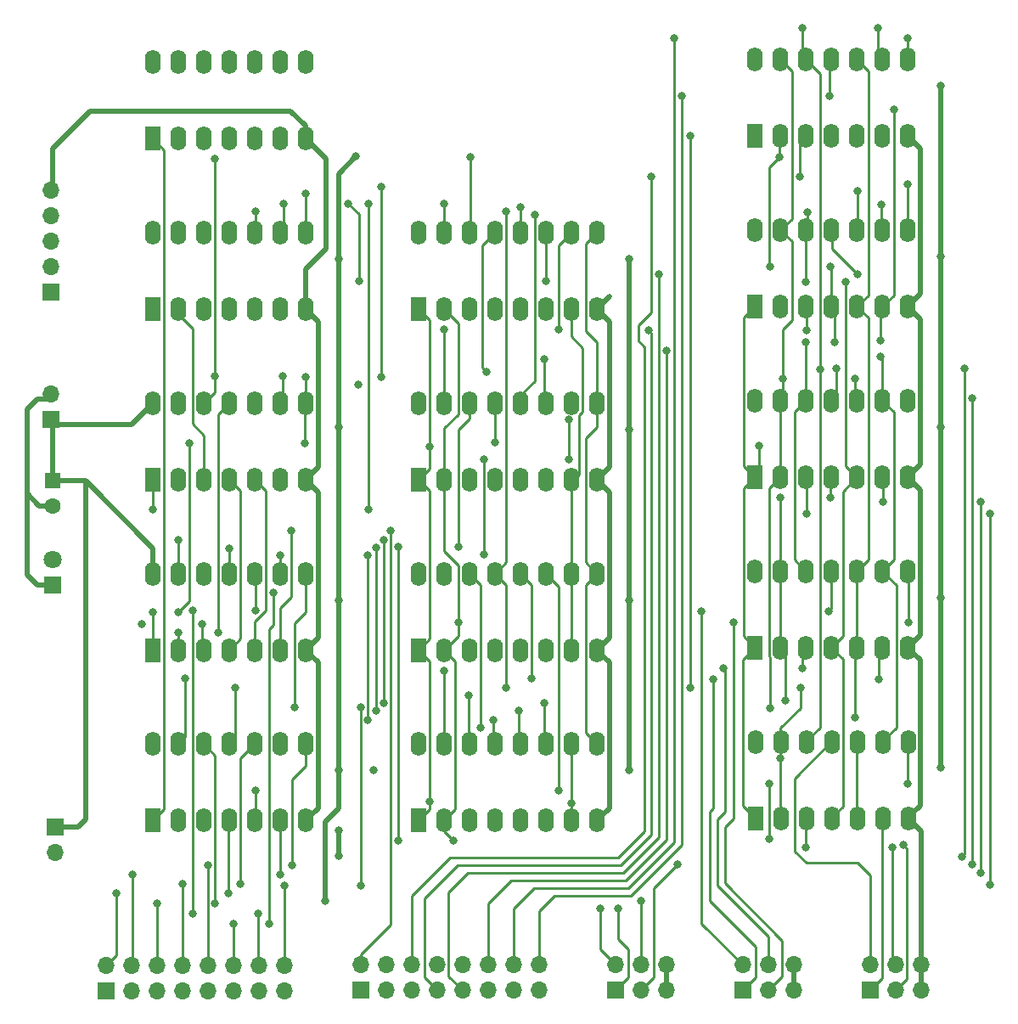
<source format=gbr>
%TF.GenerationSoftware,KiCad,Pcbnew,(5.1.9)-1*%
%TF.CreationDate,2022-04-24T21:30:28-04:00*%
%TF.ProjectId,exorcisortry2,65786f72-6369-4736-9f72-747279322e6b,rev?*%
%TF.SameCoordinates,Original*%
%TF.FileFunction,Copper,L2,Bot*%
%TF.FilePolarity,Positive*%
%FSLAX46Y46*%
G04 Gerber Fmt 4.6, Leading zero omitted, Abs format (unit mm)*
G04 Created by KiCad (PCBNEW (5.1.9)-1) date 2022-04-24 21:30:28*
%MOMM*%
%LPD*%
G01*
G04 APERTURE LIST*
%TA.AperFunction,ComponentPad*%
%ADD10O,1.700000X1.700000*%
%TD*%
%TA.AperFunction,ComponentPad*%
%ADD11R,1.700000X1.700000*%
%TD*%
%TA.AperFunction,ComponentPad*%
%ADD12R,1.800000X1.800000*%
%TD*%
%TA.AperFunction,ComponentPad*%
%ADD13C,1.800000*%
%TD*%
%TA.AperFunction,ComponentPad*%
%ADD14O,1.600000X2.400000*%
%TD*%
%TA.AperFunction,ComponentPad*%
%ADD15R,1.600000X2.400000*%
%TD*%
%TA.AperFunction,ComponentPad*%
%ADD16C,1.600000*%
%TD*%
%TA.AperFunction,ComponentPad*%
%ADD17R,1.600000X1.600000*%
%TD*%
%TA.AperFunction,ViaPad*%
%ADD18C,0.800000*%
%TD*%
%TA.AperFunction,Conductor*%
%ADD19C,0.500000*%
%TD*%
%TA.AperFunction,Conductor*%
%ADD20C,0.250000*%
%TD*%
G04 APERTURE END LIST*
D10*
%TO.P,J6,2*%
%TO.N,GND*%
X29210000Y-109220000D03*
D11*
%TO.P,J6,1*%
%TO.N,+5V*%
X29210000Y-106680000D03*
%TD*%
D12*
%TO.P,D1,1*%
%TO.N,GND*%
X28956000Y-82550000D03*
D13*
%TO.P,D1,2*%
%TO.N,Net-(D1-Pad2)*%
X28956000Y-80010000D03*
%TD*%
D10*
%TO.P,J5,5*%
%TO.N,GND*%
X28844000Y-43180000D03*
%TO.P,J5,4*%
%TO.N,CLOCK*%
X28844000Y-45720000D03*
%TO.P,J5,3*%
X28844000Y-48260000D03*
%TO.P,J5,2*%
%TO.N,START-STOP*%
X28844000Y-50800000D03*
D11*
%TO.P,J5,1*%
X28844000Y-53340000D03*
%TD*%
D10*
%TO.P,J4,2*%
%TO.N,GND*%
X28844000Y-63500000D03*
D11*
%TO.P,J4,1*%
%TO.N,+5V*%
X28844000Y-66040000D03*
%TD*%
D10*
%TO.P,J2T1,6*%
%TO.N,GND*%
X90170000Y-120396000D03*
%TO.P,J2T1,5*%
X90170000Y-122936000D03*
%TO.P,J2T1,4*%
%TO.N,J2-12*%
X87630000Y-120396000D03*
%TO.P,J2T1,3*%
%TO.N,J2-11*%
X87630000Y-122936000D03*
%TO.P,J2T1,2*%
%TO.N,J2-6*%
X85090000Y-120396000D03*
D11*
%TO.P,J2T1,1*%
%TO.N,J2-5*%
X85090000Y-122936000D03*
%TD*%
D10*
%TO.P,J2R1,6*%
%TO.N,GND*%
X102870000Y-120396000D03*
%TO.P,J2R1,5*%
X102870000Y-122936000D03*
%TO.P,J2R1,4*%
%TO.N,J2-14*%
X100330000Y-120396000D03*
%TO.P,J2R1,3*%
%TO.N,J2-13*%
X100330000Y-122936000D03*
%TO.P,J2R1,2*%
%TO.N,J2-4*%
X97790000Y-120396000D03*
D11*
%TO.P,J2R1,1*%
%TO.N,J2-3*%
X97790000Y-122936000D03*
%TD*%
D10*
%TO.P,J2N1,6*%
%TO.N,GND*%
X115570000Y-120396000D03*
%TO.P,J2N1,5*%
X115570000Y-122936000D03*
%TO.P,J2N1,4*%
%TO.N,J2-16*%
X113030000Y-120396000D03*
%TO.P,J2N1,3*%
%TO.N,J2-15*%
X113030000Y-122936000D03*
%TO.P,J2N1,2*%
%TO.N,J2-2*%
X110490000Y-120396000D03*
D11*
%TO.P,J2N1,1*%
%TO.N,J2-1*%
X110490000Y-122936000D03*
%TD*%
D14*
%TO.P,UA2,14*%
%TO.N,+5V*%
X99075000Y-98171000D03*
%TO.P,UA2,7*%
%TO.N,GND*%
X114315000Y-105791000D03*
%TO.P,UA2,13*%
%TO.N,Net-(UA2-Pad10)*%
X101615000Y-98171000D03*
%TO.P,UA2,6*%
%TO.N,J2-1*%
X111775000Y-105791000D03*
%TO.P,UA2,12*%
%TO.N,Net-(UA2-Pad12)*%
X104155000Y-98171000D03*
%TO.P,UA2,5*%
%TO.N,Net-(UA2-Pad10)*%
X109235000Y-105791000D03*
%TO.P,UA2,11*%
%TO.N,J2-2*%
X106695000Y-98171000D03*
%TO.P,UA2,4*%
%TO.N,Net-(UA2-Pad4)*%
X106695000Y-105791000D03*
%TO.P,UA2,10*%
%TO.N,Net-(UA2-Pad10)*%
X109235000Y-98171000D03*
%TO.P,UA2,3*%
%TO.N,J2-16*%
X104155000Y-105791000D03*
%TO.P,UA2,9*%
%TO.N,Net-(UA2-Pad9)*%
X111775000Y-98171000D03*
%TO.P,UA2,2*%
%TO.N,Net-(UA2-Pad10)*%
X101615000Y-105791000D03*
%TO.P,UA2,8*%
%TO.N,J2-15*%
X114315000Y-98171000D03*
D15*
%TO.P,UA2,1*%
%TO.N,Net-(UA2-Pad1)*%
X99075000Y-105791000D03*
%TD*%
D10*
%TO.P,J3,16*%
%TO.N,J3-16*%
X59690000Y-120396000D03*
%TO.P,J3,15*%
%TO.N,Net-(J3-Pad15)*%
X62230000Y-120396000D03*
%TO.P,J3,14*%
%TO.N,J3-14*%
X64770000Y-120396000D03*
%TO.P,J3,13*%
%TO.N,GND*%
X67310000Y-120396000D03*
%TO.P,J3,12*%
X69850000Y-120396000D03*
%TO.P,J3,11*%
%TO.N,J3-11*%
X72390000Y-120396000D03*
%TO.P,J3,10*%
%TO.N,J3-10*%
X74930000Y-120396000D03*
%TO.P,J3,9*%
%TO.N,J3-9*%
X77470000Y-120396000D03*
%TO.P,J3,8*%
%TO.N,GND*%
X77470000Y-122936000D03*
%TO.P,J3,7*%
X74930000Y-122936000D03*
%TO.P,J3,6*%
X72390000Y-122936000D03*
%TO.P,J3,5*%
%TO.N,J3-5*%
X69850000Y-122936000D03*
%TO.P,J3,4*%
%TO.N,J3-4*%
X67310000Y-122936000D03*
%TO.P,J3,3*%
%TO.N,GND*%
X64770000Y-122936000D03*
%TO.P,J3,2*%
X62230000Y-122936000D03*
D11*
%TO.P,J3,1*%
X59690000Y-122936000D03*
%TD*%
D14*
%TO.P,UB5,16*%
%TO.N,+5V*%
X65496000Y-47386000D03*
%TO.P,UB5,8*%
%TO.N,GND*%
X83276000Y-55006000D03*
%TO.P,UB5,15*%
%TO.N,Net-(UB5-Pad15)*%
X68036000Y-47386000D03*
%TO.P,UB5,7*%
%TO.N,Net-(UB2-Pad15)*%
X80736000Y-55006000D03*
%TO.P,UB5,14*%
%TO.N,Net-(UA3-Pad12)*%
X70576000Y-47386000D03*
%TO.P,UB5,6*%
%TO.N,Net-(UB5-Pad6)*%
X78196000Y-55006000D03*
%TO.P,UB5,13*%
%TO.N,Net-(UA2-Pad12)*%
X73116000Y-47386000D03*
%TO.P,UB5,5*%
%TO.N,Net-(UB5-Pad5)*%
X75656000Y-55006000D03*
%TO.P,UB5,12*%
%TO.N,Net-(UA5-Pad9)*%
X75656000Y-47386000D03*
%TO.P,UB5,4*%
%TO.N,Net-(UB5-Pad4)*%
X73116000Y-55006000D03*
%TO.P,UB5,11*%
%TO.N,Net-(UB5-Pad11)*%
X78196000Y-47386000D03*
%TO.P,UB5,3*%
%TO.N,Net-(UB5-Pad3)*%
X70576000Y-55006000D03*
%TO.P,UB5,10*%
%TO.N,Net-(UB4-Pad15)*%
X80736000Y-47386000D03*
%TO.P,UB5,2*%
%TO.N,Net-(UB2-Pad2)*%
X68036000Y-55006000D03*
%TO.P,UB5,9*%
%TO.N,Net-(R2-Pad1)*%
X83276000Y-47386000D03*
D15*
%TO.P,UB5,1*%
X65496000Y-55006000D03*
%TD*%
D10*
%TO.P,J1,16*%
%TO.N,Net-(J1-Pad16)*%
X34290000Y-120466000D03*
%TO.P,J1,15*%
%TO.N,Net-(J1-Pad15)*%
X36830000Y-120466000D03*
%TO.P,J1,14*%
%TO.N,Net-(J1-Pad14)*%
X39370000Y-120466000D03*
%TO.P,J1,13*%
%TO.N,Net-(J1-Pad13)*%
X41910000Y-120466000D03*
%TO.P,J1,12*%
%TO.N,Net-(J1-Pad12)*%
X44450000Y-120466000D03*
%TO.P,J1,11*%
%TO.N,Net-(J1-Pad11)*%
X46990000Y-120466000D03*
%TO.P,J1,10*%
%TO.N,Net-(J1-Pad10)*%
X49530000Y-120466000D03*
%TO.P,J1,9*%
%TO.N,Net-(J1-Pad9)*%
X52070000Y-120466000D03*
%TO.P,J1,8*%
%TO.N,GND*%
X52070000Y-123006000D03*
%TO.P,J1,7*%
X49530000Y-123006000D03*
%TO.P,J1,6*%
X46990000Y-123006000D03*
%TO.P,J1,5*%
X44450000Y-123006000D03*
%TO.P,J1,4*%
X41910000Y-123006000D03*
%TO.P,J1,3*%
X39370000Y-123006000D03*
%TO.P,J1,2*%
X36830000Y-123006000D03*
D11*
%TO.P,J1,1*%
X34290000Y-123006000D03*
%TD*%
D14*
%TO.P,UB3,16*%
%TO.N,+5V*%
X65496000Y-81386000D03*
%TO.P,UB3,8*%
%TO.N,GND*%
X83276000Y-89006000D03*
%TO.P,UB3,15*%
%TO.N,Net-(UB3-Pad15)*%
X68036000Y-81386000D03*
%TO.P,UB3,7*%
%TO.N,Net-(UB2-Pad15)*%
X80736000Y-89006000D03*
%TO.P,UB3,14*%
%TO.N,Net-(UB3-Pad14)*%
X70576000Y-81386000D03*
%TO.P,UB3,6*%
%TO.N,Net-(UB3-Pad6)*%
X78196000Y-89006000D03*
%TO.P,UB3,13*%
%TO.N,Net-(UB3-Pad13)*%
X73116000Y-81386000D03*
%TO.P,UB3,5*%
%TO.N,Net-(UB3-Pad5)*%
X75656000Y-89006000D03*
%TO.P,UB3,12*%
%TO.N,Net-(UB3-Pad12)*%
X75656000Y-81386000D03*
%TO.P,UB3,4*%
%TO.N,Net-(UB3-Pad4)*%
X73116000Y-89006000D03*
%TO.P,UB3,11*%
%TO.N,Net-(UB3-Pad11)*%
X78196000Y-81386000D03*
%TO.P,UB3,3*%
%TO.N,Net-(UB3-Pad3)*%
X70576000Y-89006000D03*
%TO.P,UB3,10*%
%TO.N,Net-(UB2-Pad15)*%
X80736000Y-81386000D03*
%TO.P,UB3,2*%
%TO.N,Net-(UB2-Pad2)*%
X68036000Y-89006000D03*
%TO.P,UB3,9*%
%TO.N,Net-(R2-Pad1)*%
X83276000Y-81386000D03*
D15*
%TO.P,UB3,1*%
X65496000Y-89006000D03*
%TD*%
D14*
%TO.P,UA5,14*%
%TO.N,+5V*%
X99052000Y-47132000D03*
%TO.P,UA5,7*%
%TO.N,GND*%
X114292000Y-54752000D03*
%TO.P,UA5,13*%
%TO.N,Net-(UA4-Pad10)*%
X101592000Y-47132000D03*
%TO.P,UA5,6*%
%TO.N,J3-11*%
X111752000Y-54752000D03*
%TO.P,UA5,12*%
%TO.N,Net-(UA2-Pad4)*%
X104132000Y-47132000D03*
%TO.P,UA5,5*%
%TO.N,Net-(UA3-Pad10)*%
X109212000Y-54752000D03*
%TO.P,UA5,11*%
%TO.N,J3-5*%
X106672000Y-47132000D03*
%TO.P,UA5,4*%
%TO.N,Net-(UA3-Pad12)*%
X106672000Y-54752000D03*
%TO.P,UA5,10*%
%TO.N,Net-(UA5-Pad10)*%
X109212000Y-47132000D03*
%TO.P,UA5,3*%
%TO.N,J3-4*%
X104132000Y-54752000D03*
%TO.P,UA5,9*%
%TO.N,Net-(UA5-Pad9)*%
X111752000Y-47132000D03*
%TO.P,UA5,2*%
%TO.N,Net-(UA3-Pad10)*%
X101592000Y-54752000D03*
%TO.P,UA5,8*%
%TO.N,Net-(UA5-Pad8)*%
X114292000Y-47132000D03*
D15*
%TO.P,UA5,1*%
%TO.N,Net-(UA2-Pad1)*%
X99052000Y-54752000D03*
%TD*%
D14*
%TO.P,UC6,14*%
%TO.N,+5V*%
X38996000Y-30386000D03*
%TO.P,UC6,7*%
%TO.N,GND*%
X54236000Y-38006000D03*
%TO.P,UC6,13*%
%TO.N,N/C*%
X41536000Y-30386000D03*
%TO.P,UC6,6*%
X51696000Y-38006000D03*
%TO.P,UC6,12*%
X44076000Y-30386000D03*
%TO.P,UC6,5*%
X49156000Y-38006000D03*
%TO.P,UC6,11*%
X46616000Y-30386000D03*
%TO.P,UC6,4*%
X46616000Y-38006000D03*
%TO.P,UC6,10*%
X49156000Y-30386000D03*
%TO.P,UC6,3*%
X44076000Y-38006000D03*
%TO.P,UC6,9*%
X51696000Y-30386000D03*
%TO.P,UC6,2*%
%TO.N,Net-(R1-Pad2)*%
X41536000Y-38006000D03*
%TO.P,UC6,8*%
%TO.N,N/C*%
X54236000Y-30386000D03*
D15*
%TO.P,UC6,1*%
%TO.N,Net-(C2-Pad2)*%
X38996000Y-38006000D03*
%TD*%
D14*
%TO.P,UC5,14*%
%TO.N,+5V*%
X38996000Y-47386000D03*
%TO.P,UC5,7*%
%TO.N,GND*%
X54236000Y-55006000D03*
%TO.P,UC5,13*%
%TO.N,N/C*%
X41536000Y-47386000D03*
%TO.P,UC5,6*%
X51696000Y-55006000D03*
%TO.P,UC5,12*%
X44076000Y-47386000D03*
%TO.P,UC5,5*%
X49156000Y-55006000D03*
%TO.P,UC5,11*%
X46616000Y-47386000D03*
%TO.P,UC5,4*%
X46616000Y-55006000D03*
%TO.P,UC5,10*%
%TO.N,Net-(UB3-Pad13)*%
X49156000Y-47386000D03*
%TO.P,UC5,3*%
%TO.N,START-STOP*%
X44076000Y-55006000D03*
%TO.P,UC5,9*%
%TO.N,Net-(UB5-Pad11)*%
X51696000Y-47386000D03*
%TO.P,UC5,2*%
%TO.N,Net-(UC4-Pad3)*%
X41536000Y-55006000D03*
%TO.P,UC5,8*%
%TO.N,Net-(UA5-Pad10)*%
X54236000Y-47386000D03*
D15*
%TO.P,UC5,1*%
%TO.N,Net-(UC4-Pad3)*%
X38996000Y-55006000D03*
%TD*%
D14*
%TO.P,UC4,14*%
%TO.N,+5V*%
X38996000Y-64386000D03*
%TO.P,UC4,7*%
%TO.N,GND*%
X54236000Y-72006000D03*
%TO.P,UC4,13*%
%TO.N,Net-(R2-Pad1)*%
X41536000Y-64386000D03*
%TO.P,UC4,6*%
%TO.N,Net-(UC4-Pad6)*%
X51696000Y-72006000D03*
%TO.P,UC4,12*%
%TO.N,Net-(R1-Pad2)*%
X44076000Y-64386000D03*
%TO.P,UC4,5*%
%TO.N,Net-(UC2-Pad5)*%
X49156000Y-72006000D03*
%TO.P,UC4,11*%
%TO.N,Net-(UC2-Pad2)*%
X46616000Y-64386000D03*
%TO.P,UC4,4*%
%TO.N,Net-(UC2-Pad4)*%
X46616000Y-72006000D03*
%TO.P,UC4,10*%
%TO.N,Net-(R2-Pad1)*%
X49156000Y-64386000D03*
%TO.P,UC4,3*%
%TO.N,Net-(UC4-Pad3)*%
X44076000Y-72006000D03*
%TO.P,UC4,9*%
%TO.N,Net-(R1-Pad2)*%
X51696000Y-64386000D03*
%TO.P,UC4,2*%
%TO.N,Net-(UC4-Pad2)*%
X41536000Y-72006000D03*
%TO.P,UC4,8*%
%TO.N,Net-(UA5-Pad8)*%
X54236000Y-64386000D03*
D15*
%TO.P,UC4,1*%
%TO.N,Net-(UB5-Pad15)*%
X38996000Y-72006000D03*
%TD*%
D14*
%TO.P,UC3,14*%
%TO.N,+5V*%
X38996000Y-98386000D03*
%TO.P,UC3,7*%
%TO.N,GND*%
X54236000Y-106006000D03*
%TO.P,UC3,13*%
%TO.N,Net-(UB3-Pad12)*%
X41536000Y-98386000D03*
%TO.P,UC3,6*%
%TO.N,Net-(J1-Pad15)*%
X51696000Y-106006000D03*
%TO.P,UC3,12*%
%TO.N,Net-(J1-Pad14)*%
X44076000Y-98386000D03*
%TO.P,UC3,5*%
%TO.N,Net-(UB3-Pad11)*%
X49156000Y-106006000D03*
%TO.P,UC3,11*%
%TO.N,Net-(UB3-Pad13)*%
X46616000Y-98386000D03*
%TO.P,UC3,4*%
%TO.N,Net-(J1-Pad16)*%
X46616000Y-106006000D03*
%TO.P,UC3,10*%
%TO.N,Net-(J1-Pad13)*%
X49156000Y-98386000D03*
%TO.P,UC3,3*%
%TO.N,Net-(UB4-Pad14)*%
X44076000Y-106006000D03*
%TO.P,UC3,9*%
%TO.N,Net-(UB3-Pad14)*%
X51696000Y-98386000D03*
%TO.P,UC3,2*%
%TO.N,Net-(UB2-Pad2)*%
X41536000Y-106006000D03*
%TO.P,UC3,8*%
%TO.N,Net-(J1-Pad12)*%
X54236000Y-98386000D03*
D15*
%TO.P,UC3,1*%
%TO.N,Net-(C2-Pad2)*%
X38996000Y-106006000D03*
%TD*%
D14*
%TO.P,UC2,14*%
%TO.N,+5V*%
X38996000Y-81386000D03*
%TO.P,UC2,7*%
%TO.N,GND*%
X54236000Y-89006000D03*
%TO.P,UC2,13*%
%TO.N,Net-(UA3-Pad13)*%
X41536000Y-81386000D03*
%TO.P,UC2,6*%
%TO.N,J3-16*%
X51696000Y-89006000D03*
%TO.P,UC2,12*%
%TO.N,Net-(J1-Pad11)*%
X44076000Y-81386000D03*
%TO.P,UC2,5*%
%TO.N,Net-(UC2-Pad5)*%
X49156000Y-89006000D03*
%TO.P,UC2,11*%
%TO.N,Net-(UA4-Pad10)*%
X46616000Y-81386000D03*
%TO.P,UC2,4*%
%TO.N,Net-(UC2-Pad4)*%
X46616000Y-89006000D03*
%TO.P,UC2,10*%
%TO.N,Net-(J1-Pad10)*%
X49156000Y-81386000D03*
%TO.P,UC2,3*%
%TO.N,Net-(UB5-Pad15)*%
X44076000Y-89006000D03*
%TO.P,UC2,9*%
%TO.N,Net-(UA3-Pad10)*%
X51696000Y-81386000D03*
%TO.P,UC2,2*%
%TO.N,Net-(UC2-Pad2)*%
X41536000Y-89006000D03*
%TO.P,UC2,8*%
%TO.N,Net-(J1-Pad9)*%
X54236000Y-81386000D03*
D15*
%TO.P,UC2,1*%
%TO.N,Net-(UA5-Pad8)*%
X38996000Y-89006000D03*
%TD*%
D14*
%TO.P,UB4,16*%
%TO.N,+5V*%
X65496000Y-64386000D03*
%TO.P,UB4,8*%
%TO.N,GND*%
X83276000Y-72006000D03*
%TO.P,UB4,15*%
%TO.N,Net-(UB4-Pad15)*%
X68036000Y-64386000D03*
%TO.P,UB4,7*%
%TO.N,Net-(UB2-Pad15)*%
X80736000Y-72006000D03*
%TO.P,UB4,14*%
%TO.N,Net-(UB4-Pad14)*%
X70576000Y-64386000D03*
%TO.P,UB4,6*%
%TO.N,Net-(UB4-Pad6)*%
X78196000Y-72006000D03*
%TO.P,UB4,13*%
%TO.N,Net-(UA2-Pad1)*%
X73116000Y-64386000D03*
%TO.P,UB4,5*%
%TO.N,Net-(UB4-Pad5)*%
X75656000Y-72006000D03*
%TO.P,UB4,12*%
%TO.N,Net-(UA2-Pad4)*%
X75656000Y-64386000D03*
%TO.P,UB4,4*%
%TO.N,Net-(UB4-Pad4)*%
X73116000Y-72006000D03*
%TO.P,UB4,11*%
%TO.N,Net-(UA2-Pad9)*%
X78196000Y-64386000D03*
%TO.P,UB4,3*%
%TO.N,Net-(UB4-Pad3)*%
X70576000Y-72006000D03*
%TO.P,UB4,10*%
%TO.N,Net-(UB3-Pad15)*%
X80736000Y-64386000D03*
%TO.P,UB4,2*%
%TO.N,Net-(UB2-Pad2)*%
X68036000Y-72006000D03*
%TO.P,UB4,9*%
%TO.N,Net-(R2-Pad1)*%
X83276000Y-64386000D03*
D15*
%TO.P,UB4,1*%
X65496000Y-72006000D03*
%TD*%
D14*
%TO.P,UB2,16*%
%TO.N,+5V*%
X65496000Y-98386000D03*
%TO.P,UB2,8*%
%TO.N,GND*%
X83276000Y-106006000D03*
%TO.P,UB2,15*%
%TO.N,Net-(UB2-Pad15)*%
X68036000Y-98386000D03*
%TO.P,UB2,7*%
%TO.N,Net-(R2-Pad1)*%
X80736000Y-106006000D03*
%TO.P,UB2,14*%
%TO.N,Net-(UA2-Pad10)*%
X70576000Y-98386000D03*
%TO.P,UB2,6*%
%TO.N,Net-(UB2-Pad6)*%
X78196000Y-106006000D03*
%TO.P,UB2,13*%
%TO.N,Net-(UA3-Pad10)*%
X73116000Y-98386000D03*
%TO.P,UB2,5*%
%TO.N,Net-(UB2-Pad5)*%
X75656000Y-106006000D03*
%TO.P,UB2,12*%
%TO.N,Net-(UA4-Pad10)*%
X75656000Y-98386000D03*
%TO.P,UB2,4*%
%TO.N,Net-(UB2-Pad4)*%
X73116000Y-106006000D03*
%TO.P,UB2,11*%
%TO.N,Net-(UA3-Pad13)*%
X78196000Y-98386000D03*
%TO.P,UB2,3*%
%TO.N,Net-(UB2-Pad3)*%
X70576000Y-106006000D03*
%TO.P,UB2,10*%
%TO.N,Net-(R2-Pad1)*%
X80736000Y-98386000D03*
%TO.P,UB2,2*%
%TO.N,Net-(UB2-Pad2)*%
X68036000Y-106006000D03*
%TO.P,UB2,9*%
%TO.N,Net-(R2-Pad1)*%
X83276000Y-98386000D03*
D15*
%TO.P,UB2,1*%
X65496000Y-106006000D03*
%TD*%
%TO.P,UA6,1*%
%TO.N,Net-(UA2-Pad10)*%
X99052000Y-37752000D03*
D14*
%TO.P,UA6,8*%
%TO.N,J3-10*%
X114292000Y-30132000D03*
%TO.P,UA6,2*%
%TO.N,Net-(UA3-Pad12)*%
X101592000Y-37752000D03*
%TO.P,UA6,9*%
%TO.N,Net-(UA2-Pad12)*%
X111752000Y-30132000D03*
%TO.P,UA6,3*%
%TO.N,J3-14*%
X104132000Y-37752000D03*
%TO.P,UA6,10*%
%TO.N,Net-(UA3-Pad10)*%
X109212000Y-30132000D03*
%TO.P,UA6,4*%
%TO.N,N/C*%
X106672000Y-37752000D03*
%TO.P,UA6,11*%
%TO.N,J3-9*%
X106672000Y-30132000D03*
%TO.P,UA6,5*%
%TO.N,N/C*%
X109212000Y-37752000D03*
%TO.P,UA6,12*%
%TO.N,Net-(UA2-Pad12)*%
X104132000Y-30132000D03*
%TO.P,UA6,6*%
%TO.N,N/C*%
X111752000Y-37752000D03*
%TO.P,UA6,13*%
%TO.N,Net-(UA4-Pad10)*%
X101592000Y-30132000D03*
%TO.P,UA6,7*%
%TO.N,GND*%
X114292000Y-37752000D03*
%TO.P,UA6,14*%
%TO.N,+5V*%
X99052000Y-30132000D03*
%TD*%
%TO.P,UA4,14*%
%TO.N,+5V*%
X99052000Y-64132000D03*
%TO.P,UA4,7*%
%TO.N,GND*%
X114292000Y-71752000D03*
%TO.P,UA4,13*%
%TO.N,Net-(UA4-Pad10)*%
X101592000Y-64132000D03*
%TO.P,UA4,6*%
%TO.N,J2-5*%
X111752000Y-71752000D03*
%TO.P,UA4,12*%
%TO.N,Net-(UA3-Pad12)*%
X104132000Y-64132000D03*
%TO.P,UA4,5*%
%TO.N,Net-(UA2-Pad4)*%
X109212000Y-71752000D03*
%TO.P,UA4,11*%
%TO.N,J2-6*%
X106672000Y-64132000D03*
%TO.P,UA4,4*%
%TO.N,Net-(UA3-Pad13)*%
X106672000Y-71752000D03*
%TO.P,UA4,10*%
%TO.N,Net-(UA4-Pad10)*%
X109212000Y-64132000D03*
%TO.P,UA4,3*%
%TO.N,J2-12*%
X104132000Y-71752000D03*
%TO.P,UA4,9*%
%TO.N,Net-(UA2-Pad9)*%
X111752000Y-64132000D03*
%TO.P,UA4,2*%
%TO.N,Net-(UA4-Pad10)*%
X101592000Y-71752000D03*
%TO.P,UA4,8*%
%TO.N,J2-11*%
X114292000Y-64132000D03*
D15*
%TO.P,UA4,1*%
%TO.N,Net-(UA2-Pad1)*%
X99052000Y-71752000D03*
%TD*%
D14*
%TO.P,UA3,14*%
%TO.N,+5V*%
X99052000Y-81132000D03*
%TO.P,UA3,7*%
%TO.N,GND*%
X114292000Y-88752000D03*
%TO.P,UA3,13*%
%TO.N,Net-(UA3-Pad13)*%
X101592000Y-81132000D03*
%TO.P,UA3,6*%
%TO.N,J2-3*%
X111752000Y-88752000D03*
%TO.P,UA3,12*%
%TO.N,Net-(UA3-Pad12)*%
X104132000Y-81132000D03*
%TO.P,UA3,5*%
%TO.N,Net-(UA3-Pad10)*%
X109212000Y-88752000D03*
%TO.P,UA3,11*%
%TO.N,J2-4*%
X106672000Y-81132000D03*
%TO.P,UA3,4*%
%TO.N,Net-(UA2-Pad4)*%
X106672000Y-88752000D03*
%TO.P,UA3,10*%
%TO.N,Net-(UA3-Pad10)*%
X109212000Y-81132000D03*
%TO.P,UA3,3*%
%TO.N,J2-14*%
X104132000Y-88752000D03*
%TO.P,UA3,9*%
%TO.N,Net-(UA2-Pad9)*%
X111752000Y-81132000D03*
%TO.P,UA3,2*%
%TO.N,Net-(UA3-Pad13)*%
X101592000Y-88752000D03*
%TO.P,UA3,8*%
%TO.N,J2-13*%
X114292000Y-81132000D03*
D15*
%TO.P,UA3,1*%
%TO.N,Net-(UA2-Pad1)*%
X99052000Y-88752000D03*
%TD*%
D16*
%TO.P,C3,2*%
%TO.N,GND*%
X28956000Y-74636000D03*
D17*
%TO.P,C3,1*%
%TO.N,+5V*%
X28956000Y-72136000D03*
%TD*%
D18*
%TO.N,+5V*%
X60996000Y-101006000D03*
X117552000Y-32752000D03*
X117552000Y-49752000D03*
X117552000Y-66752000D03*
X117552000Y-83752000D03*
X117552000Y-100752000D03*
X86496000Y-50006000D03*
X86496000Y-67006000D03*
X86496000Y-84006000D03*
X86496000Y-101006000D03*
X57496000Y-66756000D03*
X57496000Y-84006000D03*
X57496000Y-50006000D03*
X59246000Y-39756000D03*
X57496000Y-101006000D03*
X56134000Y-114046000D03*
%TO.N,GND*%
X57496000Y-109506000D03*
X57496000Y-107006000D03*
%TO.N,Net-(J1-Pad16)*%
X46496000Y-113270000D03*
X35320000Y-113270000D03*
%TO.N,Net-(J1-Pad15)*%
X51706000Y-111362000D03*
X36974000Y-111362000D03*
%TO.N,Net-(J1-Pad14)*%
X45201010Y-114260990D03*
X39409010Y-114260990D03*
%TO.N,Net-(J1-Pad13)*%
X47741010Y-112278990D03*
X41920990Y-112278990D03*
%TO.N,Net-(J1-Pad12)*%
X52836000Y-110486000D03*
X44454000Y-110486000D03*
%TO.N,Net-(J1-Pad11)*%
X50996000Y-83256000D03*
X50570990Y-116307010D03*
X47014990Y-116307010D03*
%TO.N,Net-(J1-Pad10)*%
X42950990Y-85051010D03*
X49200990Y-85051010D03*
X42950990Y-115291010D03*
X49505010Y-115291010D03*
%TO.N,Net-(J1-Pad9)*%
X53086000Y-94742000D03*
X59690000Y-94742000D03*
X59690000Y-112522000D03*
X52070000Y-112522000D03*
%TO.N,Net-(R1-Pad2)*%
X45201010Y-40050990D03*
X45201010Y-61711010D03*
X51951010Y-61711010D03*
%TO.N,Net-(R2-Pad1)*%
X66621010Y-68756000D03*
X66621010Y-104131010D03*
X80736000Y-104246000D03*
%TO.N,Net-(UA2-Pad10)*%
X101552000Y-99752000D03*
X103552000Y-92752000D03*
X92552000Y-92752000D03*
X92552000Y-37752000D03*
X70516009Y-93485991D03*
%TO.N,Net-(UA2-Pad12)*%
X103797010Y-26997010D03*
X111306990Y-26997010D03*
X105546990Y-61007010D03*
X72251010Y-61261010D03*
%TO.N,Net-(UA2-Pad4)*%
X77070990Y-45580990D03*
X104227010Y-45326990D03*
X108086990Y-52286990D03*
X104086990Y-52286990D03*
%TO.N,Net-(UA2-Pad9)*%
X111552000Y-59752000D03*
X77996000Y-60006000D03*
%TO.N,Net-(UA2-Pad1)*%
X73116000Y-68256000D03*
X99432000Y-68632000D03*
%TO.N,Net-(UA3-Pad13)*%
X41536000Y-78046000D03*
X61996000Y-78006000D03*
X61996000Y-94256000D03*
X77996000Y-94256000D03*
X102052000Y-94002000D03*
X101592000Y-73792000D03*
X106512000Y-73792000D03*
%TO.N,Net-(UA3-Pad12)*%
X101472000Y-39832000D03*
X104132000Y-58332000D03*
X106972000Y-58332000D03*
X106552000Y-50752000D03*
X100552000Y-50752000D03*
X70658000Y-39832000D03*
%TO.N,Net-(UA3-Pad10)*%
X51696000Y-79556000D03*
X60446000Y-79556000D03*
X60446000Y-95956000D03*
X72946000Y-95956000D03*
X109002000Y-95702000D03*
%TO.N,Net-(UA4-Pad10)*%
X46616000Y-78876000D03*
X61246000Y-78756000D03*
X61246000Y-95006000D03*
X75496000Y-95006000D03*
X100552000Y-94752000D03*
X101802000Y-61917010D03*
X108967010Y-61917010D03*
%TO.N,Net-(UA5-Pad10)*%
X54236000Y-43516000D03*
X109292000Y-43262000D03*
%TO.N,Net-(UA5-Pad9)*%
X75656000Y-44846000D03*
X111642000Y-44592000D03*
%TO.N,Net-(UA5-Pad8)*%
X38996000Y-85256000D03*
X41496000Y-85256000D03*
X42661010Y-68340990D03*
X54161010Y-68340990D03*
X54236000Y-61766000D03*
X61756000Y-61766000D03*
X61756000Y-42766000D03*
X114292000Y-42512000D03*
%TO.N,Net-(UB2-Pad15)*%
X68036000Y-91046000D03*
%TO.N,Net-(UB2-Pad2)*%
X69450990Y-86210990D03*
X68996000Y-108006000D03*
%TO.N,Net-(UB3-Pad15)*%
X80496000Y-66006000D03*
X80496000Y-70006000D03*
X71996000Y-70006000D03*
X71990990Y-79500990D03*
%TO.N,Net-(UB3-Pad14)*%
X71701010Y-96711010D03*
%TO.N,Net-(UB3-Pad13)*%
X74241010Y-92760990D03*
X47241010Y-92760990D03*
X74241010Y-45251010D03*
X49241010Y-45251010D03*
%TO.N,Net-(UB3-Pad12)*%
X76781010Y-91791010D03*
X42210990Y-91791010D03*
%TO.N,Net-(UB3-Pad11)*%
X79496000Y-103006000D03*
X49246000Y-103006000D03*
%TO.N,Net-(UB4-Pad15)*%
X68036000Y-57046000D03*
X79456000Y-57046000D03*
%TO.N,Net-(UB4-Pad14)*%
X69450990Y-78710990D03*
X63454990Y-78710990D03*
X63454990Y-107960990D03*
%TO.N,Net-(UB5-Pad15)*%
X37870990Y-86380990D03*
X43870990Y-86380990D03*
X67996000Y-44506000D03*
X60496000Y-44506000D03*
X60496000Y-75006000D03*
X38996000Y-75006000D03*
%TO.N,Net-(UB5-Pad11)*%
X78196000Y-52206000D03*
X59546000Y-52206000D03*
X58496000Y-44506000D03*
X51996000Y-44506000D03*
%TO.N,Net-(UC2-Pad2)*%
X41496000Y-87256000D03*
X59496000Y-62506000D03*
X45490990Y-87250990D03*
%TO.N,J2-16*%
X104132000Y-108704000D03*
X112768000Y-108704000D03*
%TO.N,J2-15*%
X100466990Y-102337010D03*
X114216990Y-102337010D03*
X100466990Y-107813010D03*
X113792000Y-108458000D03*
%TO.N,J2-14*%
X95852000Y-90802000D03*
X103752000Y-90802000D03*
%TO.N,J2-13*%
X114302000Y-86252000D03*
X96882000Y-86252000D03*
%TO.N,J2-12*%
X122432000Y-112382000D03*
X122432000Y-75382000D03*
X104182000Y-75382000D03*
X87630000Y-114046000D03*
%TO.N,J2-11*%
X120722000Y-110332000D03*
X120722000Y-63922000D03*
X91282000Y-110332000D03*
%TO.N,J2-6*%
X119717010Y-109586990D03*
X119952000Y-60952000D03*
X107136990Y-60917010D03*
X83566000Y-114808000D03*
%TO.N,J2-5*%
X121557010Y-111257010D03*
X121557010Y-74257010D03*
X111807010Y-74257010D03*
X85344000Y-114808000D03*
%TO.N,J2-4*%
X93652001Y-85151999D03*
X106402001Y-85151999D03*
%TO.N,J2-3*%
X94902001Y-91901999D03*
X111402001Y-91901999D03*
%TO.N,J3-16*%
X52821010Y-77081010D03*
X62670990Y-77081010D03*
%TO.N,J3-14*%
X88646000Y-41783000D03*
X103505000Y-41783000D03*
%TO.N,J3-11*%
X112877010Y-35077010D03*
X90170000Y-59182000D03*
X111506000Y-58166000D03*
%TO.N,J3-10*%
X114292000Y-27948000D03*
X90940000Y-27948000D03*
%TO.N,J3-9*%
X91694000Y-33782000D03*
X106426000Y-33782000D03*
%TO.N,J3-5*%
X89408000Y-51562000D03*
X109219989Y-51561989D03*
%TO.N,J3-4*%
X88392000Y-57150000D03*
X104140000Y-57150000D03*
%TD*%
D19*
%TO.N,+5V*%
X86496000Y-101006000D02*
X86496000Y-101006000D01*
X38996000Y-81386000D02*
X38876000Y-81386000D01*
X38996000Y-64386000D02*
X38876000Y-64386000D01*
X38996000Y-47386000D02*
X38876000Y-47386000D01*
X57496000Y-67006000D02*
X57496000Y-66756000D01*
X57496000Y-84006000D02*
X57496000Y-84006000D01*
X57496000Y-50006000D02*
X57496000Y-50006000D01*
X57496000Y-101006000D02*
X57496000Y-101006000D01*
X117552000Y-100752000D02*
X117552000Y-83752000D01*
X117552000Y-83752000D02*
X117552000Y-66752000D01*
X117552000Y-66752000D02*
X117552000Y-49752000D01*
X117552000Y-49752000D02*
X117552000Y-32752000D01*
X86496000Y-50006000D02*
X86496000Y-67006000D01*
X86496000Y-67006000D02*
X86496000Y-84006000D01*
X86496000Y-84006000D02*
X86496000Y-101006000D01*
X57496000Y-50006000D02*
X57496000Y-66756000D01*
X57496000Y-66756000D02*
X57496000Y-84006000D01*
X57496000Y-84006000D02*
X57496000Y-101006000D01*
X57496000Y-41506000D02*
X59246000Y-39756000D01*
X57496000Y-50006000D02*
X57496000Y-41506000D01*
X38996000Y-78874000D02*
X38996000Y-81386000D01*
X32258000Y-72136000D02*
X38996000Y-78874000D01*
X28956000Y-66660000D02*
X28844000Y-66548000D01*
X28956000Y-72136000D02*
X28956000Y-66660000D01*
X36834000Y-66548000D02*
X38996000Y-64386000D01*
X28844000Y-66548000D02*
X36834000Y-66548000D01*
X57496000Y-101006000D02*
X57496000Y-104810000D01*
X57496000Y-104810000D02*
X56134000Y-106172000D01*
X56134000Y-106172000D02*
X56134000Y-114046000D01*
X56134000Y-114046000D02*
X56134000Y-114046000D01*
X28956000Y-72136000D02*
X32258000Y-72136000D01*
X32258000Y-72136000D02*
X32258000Y-105918000D01*
X31496000Y-106680000D02*
X32258000Y-105918000D01*
X29210000Y-106680000D02*
X31496000Y-106680000D01*
%TO.N,GND*%
X83713500Y-105568500D02*
X83276000Y-106006000D01*
X55486010Y-90256010D02*
X54236000Y-89006000D01*
X55486010Y-104755990D02*
X55486010Y-90256010D01*
X54236000Y-106006000D02*
X55486010Y-104755990D01*
X55486010Y-73256010D02*
X54236000Y-72006000D01*
X55486010Y-87755990D02*
X55486010Y-73256010D01*
X54236000Y-89006000D02*
X55486010Y-87755990D01*
X55486010Y-56256010D02*
X54236000Y-55006000D01*
X55486010Y-70755990D02*
X55486010Y-56256010D01*
X54236000Y-72006000D02*
X55486010Y-70755990D01*
X54236000Y-55006000D02*
X54236000Y-51016000D01*
X54236000Y-51016000D02*
X56246000Y-49006000D01*
X56246000Y-40016000D02*
X54236000Y-38006000D01*
X56246000Y-49006000D02*
X56246000Y-40016000D01*
X84526010Y-90256010D02*
X83276000Y-89006000D01*
X84526010Y-104755990D02*
X84526010Y-90256010D01*
X83276000Y-106006000D02*
X84526010Y-104755990D01*
X84526010Y-73256010D02*
X83276000Y-72006000D01*
X84526010Y-87755990D02*
X84526010Y-73256010D01*
X83276000Y-89006000D02*
X84526010Y-87755990D01*
X84526010Y-56256010D02*
X83276000Y-55006000D01*
X84526010Y-70755990D02*
X84526010Y-56256010D01*
X83276000Y-72006000D02*
X84526010Y-70755990D01*
X114552000Y-106012000D02*
X114292000Y-105752000D01*
X115542010Y-90002010D02*
X114292000Y-88752000D01*
X115542010Y-104501990D02*
X115542010Y-90002010D01*
X114292000Y-105752000D02*
X115542010Y-104501990D01*
X115542010Y-73002010D02*
X114292000Y-71752000D01*
X115542010Y-87501990D02*
X115542010Y-73002010D01*
X114292000Y-88752000D02*
X115542010Y-87501990D01*
X115542010Y-56002010D02*
X114292000Y-54752000D01*
X115542010Y-70501990D02*
X115542010Y-56002010D01*
X114292000Y-71752000D02*
X115542010Y-70501990D01*
X115542010Y-39002010D02*
X114292000Y-37752000D01*
X115542010Y-53501990D02*
X115542010Y-39002010D01*
X114292000Y-54752000D02*
X115542010Y-53501990D01*
X54236000Y-38006000D02*
X54236000Y-36746000D01*
X54236000Y-36746000D02*
X52746000Y-35256000D01*
X32746000Y-35256000D02*
X28996000Y-39006000D01*
X52746000Y-35256000D02*
X32746000Y-35256000D01*
X57496000Y-107006000D02*
X57496000Y-107006000D01*
X83276000Y-55006000D02*
X84526010Y-53755990D01*
X28996000Y-43536000D02*
X28844000Y-43688000D01*
X28996000Y-39006000D02*
X28996000Y-43536000D01*
X57496000Y-109506000D02*
X57496000Y-107006000D01*
X28844000Y-64008000D02*
X27432000Y-64008000D01*
X27432000Y-64008000D02*
X26416000Y-65024000D01*
X27432000Y-82550000D02*
X28956000Y-82550000D01*
X26416000Y-81534000D02*
X27432000Y-82550000D01*
X27646000Y-74636000D02*
X26416000Y-73406000D01*
X28956000Y-74636000D02*
X27646000Y-74636000D01*
X26416000Y-73406000D02*
X26416000Y-81534000D01*
X26416000Y-65024000D02*
X26416000Y-73406000D01*
X115570000Y-122936000D02*
X115570000Y-120396000D01*
X102870000Y-122936000D02*
X102870000Y-120396000D01*
X90170000Y-122936000D02*
X90170000Y-120396000D01*
X115570000Y-107046000D02*
X114315000Y-105791000D01*
X115570000Y-120396000D02*
X115570000Y-107046000D01*
D20*
%TO.N,Net-(J1-Pad16)*%
X46496000Y-106126000D02*
X46616000Y-106006000D01*
X46496000Y-112756000D02*
X46496000Y-112756000D01*
X46496000Y-112756000D02*
X46496000Y-106126000D01*
X46496000Y-112756000D02*
X46496000Y-113270000D01*
X35320000Y-119436000D02*
X34290000Y-120466000D01*
X35320000Y-113270000D02*
X35320000Y-119436000D01*
%TO.N,Net-(J1-Pad15)*%
X51706000Y-106016000D02*
X51696000Y-106006000D01*
X51706000Y-111362000D02*
X51706000Y-106016000D01*
X36974000Y-120322000D02*
X36830000Y-120466000D01*
X36974000Y-111362000D02*
X36974000Y-120322000D01*
%TO.N,Net-(J1-Pad14)*%
X45201010Y-99511010D02*
X44076000Y-98386000D01*
X45201010Y-114260990D02*
X45201010Y-114260990D01*
X45201010Y-114260990D02*
X45201010Y-114260990D01*
X45201010Y-114260990D02*
X45201010Y-99511010D01*
X39409010Y-120426990D02*
X39370000Y-120466000D01*
X39409010Y-114260990D02*
X39409010Y-120426990D01*
%TO.N,Net-(J1-Pad13)*%
X47741010Y-99800990D02*
X49156000Y-98386000D01*
X47741010Y-112278990D02*
X47741010Y-99800990D01*
X41920990Y-120455010D02*
X41910000Y-120466000D01*
X41920990Y-112278990D02*
X41920990Y-120455010D01*
%TO.N,Net-(J1-Pad12)*%
X54236000Y-100516000D02*
X54236000Y-98386000D01*
X52836000Y-101916000D02*
X54236000Y-100516000D01*
X52836000Y-110486000D02*
X52836000Y-101916000D01*
X44454000Y-120462000D02*
X44450000Y-120466000D01*
X44454000Y-110486000D02*
X44454000Y-120462000D01*
%TO.N,Net-(J1-Pad11)*%
X50996000Y-86506000D02*
X50996000Y-83256000D01*
X50570990Y-86931010D02*
X50996000Y-86506000D01*
X50570990Y-114260990D02*
X50570990Y-115799010D01*
X50570990Y-114260990D02*
X50570990Y-86931010D01*
X50570990Y-115799010D02*
X50570990Y-116307010D01*
X47014990Y-120441010D02*
X46990000Y-120466000D01*
X47014990Y-116307010D02*
X47014990Y-120441010D01*
%TO.N,Net-(J1-Pad10)*%
X42950990Y-85051010D02*
X42950990Y-85051010D01*
X49200990Y-81430990D02*
X49156000Y-81386000D01*
X49200990Y-85051010D02*
X49200990Y-81430990D01*
X42950990Y-111571010D02*
X42950990Y-111571010D01*
X42950990Y-111571010D02*
X42950990Y-85051010D01*
X42950990Y-111571010D02*
X42950990Y-114275010D01*
X42950990Y-114275010D02*
X42950990Y-115291010D01*
X49505010Y-120441010D02*
X49530000Y-120466000D01*
X49505010Y-115291010D02*
X49505010Y-120441010D01*
%TO.N,Net-(J1-Pad9)*%
X54271001Y-81421001D02*
X54236000Y-81386000D01*
X54236000Y-81386000D02*
X54236000Y-85210000D01*
X54236000Y-85210000D02*
X53086000Y-86360000D01*
X53086000Y-86360000D02*
X53086000Y-88392000D01*
X53086000Y-88392000D02*
X53086000Y-92202000D01*
X53086000Y-92202000D02*
X53086000Y-94742000D01*
X53086000Y-94742000D02*
X53086000Y-94742000D01*
X59690000Y-94742000D02*
X59690000Y-96273002D01*
X59690000Y-96273002D02*
X59690000Y-112522000D01*
X59690000Y-112522000D02*
X59690000Y-112522000D01*
X52070000Y-120466000D02*
X52070000Y-112522000D01*
%TO.N,Net-(R1-Pad2)*%
X45201010Y-63260990D02*
X45201010Y-61711010D01*
X44076000Y-64386000D02*
X45201010Y-63260990D01*
X45201010Y-40050990D02*
X45201010Y-40050990D01*
X45201010Y-61711010D02*
X45201010Y-40050990D01*
X51951010Y-64130990D02*
X51696000Y-64386000D01*
X51951010Y-61711010D02*
X51951010Y-64130990D01*
%TO.N,Net-(R2-Pad1)*%
X66621010Y-90131010D02*
X65496000Y-89006000D01*
X66621010Y-104880990D02*
X66621010Y-104131010D01*
X65496000Y-106006000D02*
X66621010Y-104880990D01*
X66621010Y-73131010D02*
X65496000Y-72006000D01*
X66621010Y-87880990D02*
X66621010Y-73131010D01*
X65496000Y-89006000D02*
X66621010Y-87880990D01*
X66621010Y-56131010D02*
X65496000Y-55006000D01*
X66621010Y-70880990D02*
X66621010Y-66631010D01*
X65496000Y-72006000D02*
X66621010Y-70880990D01*
X80736000Y-98386000D02*
X80736000Y-104246000D01*
X66621010Y-66631010D02*
X66621010Y-56131010D01*
X66621010Y-104131010D02*
X66621010Y-90131010D01*
X80736000Y-104246000D02*
X80736000Y-106006000D01*
X82150990Y-97260990D02*
X83276000Y-98386000D01*
X82150990Y-82511010D02*
X82150990Y-97260990D01*
X83276000Y-81386000D02*
X82150990Y-82511010D01*
X83276000Y-81386000D02*
X82150990Y-80260990D01*
X82150990Y-80260990D02*
X82150990Y-67851010D01*
X83276000Y-66726000D02*
X83276000Y-64386000D01*
X82150990Y-67851010D02*
X83276000Y-66726000D01*
X83276000Y-64386000D02*
X83276000Y-58286000D01*
X82150990Y-48511010D02*
X83276000Y-47386000D01*
X82150990Y-57160990D02*
X82150990Y-48511010D01*
X83276000Y-58286000D02*
X82150990Y-57160990D01*
%TO.N,Net-(UA2-Pad10)*%
X70576000Y-98386000D02*
X70576000Y-98586000D01*
X101592000Y-98132000D02*
X101592000Y-105752000D01*
X109212000Y-98132000D02*
X109212000Y-105752000D01*
X101592000Y-98132000D02*
X101592000Y-96712000D01*
X101592000Y-96712000D02*
X103552000Y-94752000D01*
X103552000Y-94752000D02*
X103552000Y-92752000D01*
X103552000Y-92752000D02*
X103552000Y-92752000D01*
X92552000Y-37752000D02*
X92552000Y-37752000D01*
X92552000Y-37752000D02*
X92552000Y-37752000D01*
X92552000Y-37752000D02*
X92552000Y-92752000D01*
X70516009Y-98326009D02*
X70576000Y-98386000D01*
X70516009Y-93485991D02*
X70516009Y-98326009D01*
%TO.N,Net-(UA2-Pad12)*%
X111306990Y-29686990D02*
X111752000Y-30132000D01*
X103797010Y-29797010D02*
X104132000Y-30132000D01*
X103797010Y-26997010D02*
X103797010Y-29797010D01*
X111306990Y-26997010D02*
X111306990Y-28506990D01*
X111306990Y-28506990D02*
X111306990Y-29686990D01*
X111306990Y-27997010D02*
X111306990Y-28506990D01*
X105546990Y-96717010D02*
X105546990Y-61007010D01*
X104132000Y-98132000D02*
X105546990Y-96717010D01*
X105546990Y-61007010D02*
X105546990Y-61007010D01*
X71851011Y-48650989D02*
X73116000Y-47386000D01*
X71851011Y-60861011D02*
X71851011Y-48650989D01*
X72251010Y-61261010D02*
X71851011Y-60861011D01*
X105546990Y-31546990D02*
X104132000Y-30132000D01*
X105546990Y-61007010D02*
X105546990Y-31546990D01*
%TO.N,Net-(UA2-Pad4)*%
X75656000Y-64386000D02*
X75746000Y-64296000D01*
X75746000Y-64296000D02*
X75746000Y-63506000D01*
X77070990Y-62181010D02*
X77070990Y-45580990D01*
X75746000Y-63506000D02*
X77070990Y-62181010D01*
X77070990Y-45580990D02*
X77070990Y-45580990D01*
X104227010Y-47036990D02*
X104132000Y-47132000D01*
X104227010Y-45326990D02*
X104227010Y-47036990D01*
X107797010Y-89877010D02*
X107797010Y-104626990D01*
X107797010Y-104626990D02*
X106672000Y-105752000D01*
X106672000Y-88752000D02*
X107797010Y-89877010D01*
X107797010Y-73166990D02*
X109212000Y-71752000D01*
X107797010Y-87626990D02*
X107797010Y-73166990D01*
X106672000Y-88752000D02*
X107797010Y-87626990D01*
X108086990Y-70626990D02*
X108086990Y-52286990D01*
X109212000Y-71752000D02*
X108086990Y-70626990D01*
X108086990Y-52286990D02*
X108086990Y-52286990D01*
X104086990Y-47177010D02*
X104132000Y-47132000D01*
X104086990Y-52286990D02*
X104086990Y-47177010D01*
%TO.N,Net-(UA2-Pad9)*%
X113166990Y-82546990D02*
X111752000Y-81132000D01*
X113166990Y-96717010D02*
X113166990Y-82546990D01*
X111752000Y-98132000D02*
X113166990Y-96717010D01*
X112877010Y-65257010D02*
X111752000Y-64132000D01*
X112877010Y-80006990D02*
X112877010Y-65257010D01*
X111752000Y-81132000D02*
X112877010Y-80006990D01*
X111752000Y-64132000D02*
X111752000Y-59952000D01*
X111752000Y-59952000D02*
X111552000Y-59752000D01*
X111552000Y-59752000D02*
X111552000Y-59752000D01*
X77996000Y-64186000D02*
X78196000Y-64386000D01*
X77996000Y-60006000D02*
X77996000Y-64186000D01*
%TO.N,Net-(UA2-Pad1)*%
X99432000Y-71372000D02*
X99052000Y-71752000D01*
X99432000Y-68632000D02*
X99432000Y-71372000D01*
X99052000Y-105752000D02*
X97802000Y-104502000D01*
X97802000Y-90002000D02*
X99052000Y-88752000D01*
X97802000Y-104502000D02*
X97802000Y-90002000D01*
X97926990Y-72877010D02*
X99052000Y-71752000D01*
X97926990Y-87626990D02*
X97926990Y-72877010D01*
X99052000Y-88752000D02*
X97926990Y-87626990D01*
X97926990Y-55877010D02*
X99052000Y-54752000D01*
X97926990Y-70626990D02*
X97926990Y-55877010D01*
X99052000Y-71752000D02*
X97926990Y-70626990D01*
X73116000Y-68256000D02*
X73116000Y-64386000D01*
%TO.N,Net-(UA3-Pad13)*%
X41586000Y-81336000D02*
X41536000Y-81386000D01*
X41536000Y-81386000D02*
X41536000Y-78046000D01*
X41536000Y-78046000D02*
X41536000Y-78046000D01*
X61996000Y-78006000D02*
X61996000Y-94256000D01*
X61996000Y-94256000D02*
X61996000Y-94256000D01*
X77996000Y-98186000D02*
X78196000Y-98386000D01*
X77996000Y-94256000D02*
X77996000Y-98186000D01*
X102052000Y-89212000D02*
X101592000Y-88752000D01*
X102052000Y-94002000D02*
X102052000Y-89212000D01*
X101592000Y-88752000D02*
X101592000Y-81132000D01*
X101592000Y-81132000D02*
X101592000Y-73792000D01*
X101592000Y-73792000D02*
X101592000Y-73792000D01*
X106512000Y-71912000D02*
X106672000Y-71752000D01*
X106512000Y-73792000D02*
X106512000Y-71912000D01*
%TO.N,Net-(UA3-Pad12)*%
X101472000Y-37872000D02*
X101592000Y-37752000D01*
X101472000Y-39832000D02*
X101472000Y-37872000D01*
X103006990Y-65257010D02*
X104132000Y-64132000D01*
X103006990Y-80006990D02*
X103006990Y-65257010D01*
X104132000Y-81132000D02*
X103006990Y-80006990D01*
X104132000Y-64132000D02*
X104132000Y-58332000D01*
X104132000Y-58332000D02*
X104132000Y-58172000D01*
X106972000Y-55052000D02*
X106672000Y-54752000D01*
X106972000Y-58332000D02*
X106972000Y-55052000D01*
X106672000Y-54752000D02*
X106672000Y-50872000D01*
X106672000Y-50872000D02*
X106552000Y-50752000D01*
X106552000Y-50752000D02*
X106552000Y-50752000D01*
X100466990Y-40837010D02*
X101472000Y-39832000D01*
X100466990Y-50666990D02*
X100466990Y-40837010D01*
X100552000Y-50752000D02*
X100466990Y-50666990D01*
X70658000Y-47304000D02*
X70576000Y-47386000D01*
X70658000Y-39832000D02*
X70658000Y-47304000D01*
%TO.N,Net-(UA3-Pad10)*%
X51696000Y-81386000D02*
X51696000Y-79556000D01*
X51696000Y-79556000D02*
X51696000Y-79556000D01*
X60446000Y-79556000D02*
X60446000Y-95956000D01*
X60446000Y-95956000D02*
X60446000Y-95956000D01*
X72946000Y-98216000D02*
X73116000Y-98386000D01*
X72946000Y-95956000D02*
X72946000Y-98216000D01*
X109002000Y-88962000D02*
X109212000Y-88752000D01*
X109002000Y-95702000D02*
X109002000Y-88962000D01*
X109212000Y-88752000D02*
X109212000Y-81132000D01*
X110337010Y-55877010D02*
X109212000Y-54752000D01*
X110337010Y-80006990D02*
X110337010Y-55877010D01*
X109212000Y-81132000D02*
X110337010Y-80006990D01*
X110337010Y-31257010D02*
X109212000Y-30132000D01*
X110337010Y-53626990D02*
X110337010Y-31257010D01*
X109212000Y-54752000D02*
X110337010Y-53626990D01*
%TO.N,Net-(UA4-Pad10)*%
X46496000Y-81266000D02*
X46616000Y-81386000D01*
X46616000Y-81386000D02*
X46616000Y-78876000D01*
X46616000Y-78876000D02*
X46616000Y-78876000D01*
X61246000Y-78756000D02*
X61246000Y-95006000D01*
X61246000Y-95006000D02*
X61246000Y-95006000D01*
X75496000Y-98226000D02*
X75656000Y-98386000D01*
X75496000Y-95006000D02*
X75496000Y-98226000D01*
X100466990Y-72877010D02*
X101592000Y-71752000D01*
X100466990Y-89617994D02*
X100466990Y-72877010D01*
X100552000Y-89703004D02*
X100466990Y-89617994D01*
X100552000Y-94752000D02*
X100552000Y-89703004D01*
X101592000Y-71752000D02*
X101592000Y-64132000D01*
X102717010Y-48257010D02*
X101592000Y-47132000D01*
X102717010Y-31257010D02*
X101592000Y-30132000D01*
X102717010Y-46006990D02*
X102717010Y-31257010D01*
X101592000Y-47132000D02*
X102717010Y-46006990D01*
X108967010Y-63887010D02*
X109212000Y-64132000D01*
X108967010Y-61917010D02*
X108967010Y-63887010D01*
X101802000Y-61917010D02*
X101802000Y-57002000D01*
X102717010Y-56086990D02*
X102717010Y-48257010D01*
X101802000Y-57002000D02*
X102717010Y-56086990D01*
X101802000Y-63922000D02*
X101592000Y-64132000D01*
X101802000Y-61917010D02*
X101802000Y-63922000D01*
%TO.N,Net-(UA5-Pad10)*%
X54236000Y-47386000D02*
X54236000Y-43516000D01*
X54236000Y-43516000D02*
X54236000Y-43516000D01*
X109292000Y-47052000D02*
X109212000Y-47132000D01*
X109292000Y-43262000D02*
X109292000Y-47052000D01*
%TO.N,Net-(UA5-Pad9)*%
X75656000Y-47386000D02*
X75656000Y-44846000D01*
X75656000Y-44846000D02*
X75656000Y-44846000D01*
X111642000Y-47022000D02*
X111752000Y-47132000D01*
X111642000Y-44592000D02*
X111642000Y-47022000D01*
%TO.N,Net-(UA5-Pad8)*%
X38996000Y-89006000D02*
X38996000Y-85256000D01*
X38996000Y-85256000D02*
X38996000Y-85256000D01*
X42661010Y-84090990D02*
X42661010Y-68340990D01*
X41496000Y-85256000D02*
X42661010Y-84090990D01*
X42661010Y-68340990D02*
X42661010Y-68340990D01*
X54161010Y-64460990D02*
X54236000Y-64386000D01*
X54161010Y-68340990D02*
X54161010Y-64460990D01*
X54236000Y-64386000D02*
X54236000Y-61766000D01*
X54236000Y-61766000D02*
X54236000Y-61766000D01*
X61756000Y-61766000D02*
X61756000Y-42766000D01*
X61756000Y-42766000D02*
X61756000Y-42766000D01*
X114292000Y-42512000D02*
X114292000Y-47132000D01*
%TO.N,Net-(UB2-Pad15)*%
X68036000Y-98386000D02*
X68036000Y-91046000D01*
X68036000Y-91046000D02*
X68036000Y-91046000D01*
X80736000Y-89006000D02*
X80736000Y-72006000D01*
X80996000Y-72006000D02*
X81496000Y-71506000D01*
X80736000Y-72006000D02*
X80996000Y-72006000D01*
X81496000Y-65617004D02*
X81861010Y-65251994D01*
X81496000Y-71506000D02*
X81496000Y-65617004D01*
X81861010Y-65251994D02*
X81861010Y-58871010D01*
X80736000Y-57746000D02*
X80736000Y-55006000D01*
X81861010Y-58871010D02*
X80736000Y-57746000D01*
%TO.N,Net-(UB2-Pad2)*%
X69161010Y-90131010D02*
X68036000Y-89006000D01*
X69161010Y-104880990D02*
X69161010Y-90131010D01*
X68036000Y-106006000D02*
X69161010Y-104880990D01*
X68036000Y-89006000D02*
X69450990Y-87591010D01*
X69450990Y-56420990D02*
X68036000Y-55006000D01*
X68036000Y-66875980D02*
X69450990Y-65460990D01*
X68036000Y-72006000D02*
X68036000Y-66875980D01*
X69450990Y-65460990D02*
X69450990Y-56420990D01*
X68036000Y-79136020D02*
X69450990Y-80551010D01*
X68036000Y-72006000D02*
X68036000Y-79136020D01*
X69450990Y-87591010D02*
X69450990Y-86210990D01*
X69450990Y-86210990D02*
X69450990Y-80551010D01*
X68036000Y-106006000D02*
X68036000Y-107046000D01*
X68036000Y-107046000D02*
X68996000Y-108006000D01*
X68996000Y-108006000D02*
X68996000Y-108006000D01*
%TO.N,Net-(UB3-Pad15)*%
X80496000Y-66006000D02*
X80496000Y-70006000D01*
X80496000Y-70006000D02*
X80496000Y-70006000D01*
X71990990Y-70011010D02*
X71990990Y-79500990D01*
X71996000Y-70006000D02*
X71990990Y-70011010D01*
%TO.N,Net-(UB3-Pad14)*%
X71701010Y-82511010D02*
X71701010Y-96711010D01*
X70576000Y-81386000D02*
X71701010Y-82511010D01*
X71701010Y-96711010D02*
X71701010Y-96711010D01*
%TO.N,Net-(UB3-Pad13)*%
X74241010Y-82511010D02*
X74241010Y-92760990D01*
X73116000Y-81386000D02*
X74241010Y-82511010D01*
X74241010Y-92760990D02*
X74241010Y-92760990D01*
X47241010Y-97760990D02*
X46616000Y-98386000D01*
X47241010Y-92760990D02*
X47241010Y-97760990D01*
X74241010Y-80260990D02*
X74241010Y-45251010D01*
X73116000Y-81386000D02*
X74241010Y-80260990D01*
X74241010Y-45251010D02*
X74241010Y-45251010D01*
X49241010Y-47300990D02*
X49156000Y-47386000D01*
X49241010Y-45251010D02*
X49241010Y-47300990D01*
%TO.N,Net-(UB3-Pad12)*%
X76781010Y-82511010D02*
X76781010Y-91220990D01*
X75656000Y-81386000D02*
X76781010Y-82511010D01*
X76781010Y-91220990D02*
X76781010Y-91791010D01*
X76781010Y-91791010D02*
X76781010Y-91791010D01*
X42210990Y-97711010D02*
X41536000Y-98386000D01*
X42210990Y-91791010D02*
X42210990Y-97711010D01*
%TO.N,Net-(UB3-Pad11)*%
X79496000Y-82686000D02*
X79496000Y-103006000D01*
X78196000Y-81386000D02*
X79496000Y-82686000D01*
X79496000Y-103006000D02*
X79496000Y-103006000D01*
X49246000Y-105916000D02*
X49156000Y-106006000D01*
X49246000Y-103006000D02*
X49246000Y-105916000D01*
%TO.N,Net-(UB4-Pad15)*%
X68036000Y-64386000D02*
X68036000Y-57046000D01*
X68036000Y-57046000D02*
X68036000Y-57046000D01*
X79456000Y-48666000D02*
X80736000Y-47386000D01*
X79456000Y-57046000D02*
X79456000Y-48666000D01*
%TO.N,Net-(UB4-Pad14)*%
X70576000Y-64386000D02*
X70576000Y-65926000D01*
X70576000Y-65926000D02*
X69996000Y-66506000D01*
X69450990Y-67051010D02*
X69450990Y-78710990D01*
X69996000Y-66506000D02*
X69450990Y-67051010D01*
X69450990Y-78710990D02*
X69450990Y-78960990D01*
X63454990Y-78710990D02*
X63454990Y-90801010D01*
X63454990Y-90801010D02*
X63454990Y-107210990D01*
X63454990Y-107210990D02*
X63454990Y-107960990D01*
X63200990Y-107960990D02*
X63200990Y-107960990D01*
%TO.N,Net-(UB5-Pad15)*%
X37870990Y-86380990D02*
X37870990Y-86380990D01*
X43870990Y-88800990D02*
X44076000Y-89006000D01*
X43870990Y-86380990D02*
X43870990Y-88800990D01*
X67996000Y-47346000D02*
X68036000Y-47386000D01*
X67996000Y-44506000D02*
X67996000Y-47346000D01*
X60496000Y-44506000D02*
X60496000Y-75006000D01*
X60496000Y-75006000D02*
X60496000Y-75006000D01*
X38996000Y-75006000D02*
X38996000Y-72006000D01*
%TO.N,Net-(UB5-Pad11)*%
X78196000Y-47386000D02*
X78196000Y-52206000D01*
X78196000Y-52206000D02*
X78196000Y-52206000D01*
X59546000Y-52206000D02*
X59546000Y-45556000D01*
X59546000Y-45556000D02*
X58496000Y-44506000D01*
X58496000Y-44506000D02*
X58496000Y-44506000D01*
X51996000Y-47086000D02*
X51696000Y-47386000D01*
X51996000Y-44506000D02*
X51996000Y-47086000D01*
%TO.N,Net-(UC2-Pad5)*%
X50281010Y-85043992D02*
X50281010Y-73131010D01*
X50281010Y-73131010D02*
X49156000Y-72006000D01*
X49156000Y-86169002D02*
X50281010Y-85043992D01*
X49156000Y-89006000D02*
X49156000Y-86169002D01*
%TO.N,Net-(UC2-Pad4)*%
X47741010Y-73131010D02*
X46616000Y-72006000D01*
X47741010Y-87880990D02*
X47741010Y-73131010D01*
X46616000Y-89006000D02*
X47741010Y-87880990D01*
%TO.N,Net-(UC2-Pad2)*%
X41791010Y-88750990D02*
X41536000Y-89006000D01*
X41536000Y-87296000D02*
X41496000Y-87256000D01*
X41536000Y-89006000D02*
X41536000Y-87296000D01*
X45490990Y-65511010D02*
X45490990Y-87250990D01*
X46616000Y-64386000D02*
X45490990Y-65511010D01*
X45490990Y-87250990D02*
X45490990Y-87250990D01*
%TO.N,Net-(UC4-Pad3)*%
X41536000Y-55006000D02*
X41536000Y-55546000D01*
X42950990Y-56960990D02*
X42950990Y-66460990D01*
X41536000Y-55546000D02*
X42950990Y-56960990D01*
X44076000Y-67586000D02*
X44076000Y-72006000D01*
X42950990Y-66460990D02*
X44076000Y-67586000D01*
%TO.N,J2-16*%
X104132000Y-105752000D02*
X104132000Y-107672000D01*
X104132000Y-107672000D02*
X104132000Y-108704000D01*
X104132000Y-108704000D02*
X104132000Y-108704000D01*
X112768000Y-120134000D02*
X113030000Y-120396000D01*
X112768000Y-108704000D02*
X112768000Y-120134000D01*
%TO.N,J2-15*%
X100466990Y-106922012D02*
X100466990Y-102337010D01*
X100466990Y-102337010D02*
X100466990Y-102337010D01*
X114216990Y-98207010D02*
X114292000Y-98132000D01*
X114216990Y-102337010D02*
X114216990Y-98207010D01*
X100466990Y-106922012D02*
X100466990Y-107813010D01*
X100466990Y-107813010D02*
X100466990Y-107813010D01*
X114205001Y-121760999D02*
X113030000Y-122936000D01*
X114205001Y-108871001D02*
X114205001Y-121760999D01*
X113792000Y-108458000D02*
X114205001Y-108871001D01*
%TO.N,J2-14*%
X95852000Y-90802000D02*
X95852000Y-90802000D01*
X103752000Y-89132000D02*
X104132000Y-88752000D01*
X103752000Y-90802000D02*
X103752000Y-89132000D01*
X100330000Y-120396000D02*
X100330000Y-117602000D01*
X100330000Y-117602000D02*
X95250000Y-112522000D01*
X95250000Y-112522000D02*
X95250000Y-105918000D01*
X95250000Y-105918000D02*
X96012000Y-105156000D01*
X96012000Y-90962000D02*
X95852000Y-90802000D01*
X96012000Y-105156000D02*
X96012000Y-90962000D01*
%TO.N,J2-13*%
X114302000Y-81142000D02*
X114292000Y-81132000D01*
X114302000Y-86252000D02*
X114302000Y-81142000D01*
X96882000Y-86252000D02*
X96882000Y-105810000D01*
X96882000Y-105810000D02*
X96012000Y-106680000D01*
X96012000Y-106680000D02*
X96012000Y-112268000D01*
X101694999Y-121571001D02*
X100330000Y-122936000D01*
X101694999Y-117950999D02*
X101694999Y-121571001D01*
X96012000Y-112268000D02*
X101694999Y-117950999D01*
%TO.N,J2-12*%
X122432000Y-112382000D02*
X122432000Y-75382000D01*
X122432000Y-75382000D02*
X122432000Y-75382000D01*
X104182000Y-71802000D02*
X104132000Y-71752000D01*
X104182000Y-75382000D02*
X104182000Y-71802000D01*
X87630000Y-114046000D02*
X87630000Y-120396000D01*
%TO.N,J2-11*%
X120722000Y-110332000D02*
X120722000Y-63922000D01*
X120722000Y-63922000D02*
X120722000Y-63922000D01*
X91282000Y-110332000D02*
X88900000Y-112714000D01*
X88900000Y-112714000D02*
X88900000Y-121666000D01*
X88900000Y-121666000D02*
X87630000Y-122936000D01*
%TO.N,J2-6*%
X119717010Y-60917010D02*
X119717010Y-60917010D01*
X107136990Y-63667010D02*
X106672000Y-64132000D01*
X107136990Y-60917010D02*
X107136990Y-63667010D01*
X119952000Y-109352000D02*
X119717010Y-109586990D01*
X119952000Y-60952000D02*
X119952000Y-109352000D01*
X83566000Y-118872000D02*
X85090000Y-120396000D01*
X83566000Y-114808000D02*
X83566000Y-118872000D01*
%TO.N,J2-5*%
X121557010Y-111257010D02*
X121557010Y-74257010D01*
X121557010Y-74257010D02*
X121557010Y-74257010D01*
X111807010Y-71807010D02*
X111752000Y-71752000D01*
X111807010Y-74257010D02*
X111807010Y-71807010D01*
X85344000Y-114808000D02*
X85344000Y-117856000D01*
X85344000Y-117856000D02*
X86360000Y-118872000D01*
X86360000Y-121666000D02*
X85090000Y-122936000D01*
X86360000Y-118872000D02*
X86360000Y-121666000D01*
%TO.N,J2-4*%
X106402001Y-81401999D02*
X106672000Y-81132000D01*
X106672000Y-84882000D02*
X106402001Y-85151999D01*
X106672000Y-81132000D02*
X106672000Y-84882000D01*
X93652001Y-116258001D02*
X97790000Y-120396000D01*
X93652001Y-85151999D02*
X93652001Y-116258001D01*
%TO.N,J2-3*%
X94902001Y-91901999D02*
X94902001Y-91901999D01*
X111402001Y-89101999D02*
X111752000Y-88752000D01*
X111402001Y-91901999D02*
X111402001Y-89101999D01*
X94902001Y-91901999D02*
X94902001Y-104741999D01*
X94902001Y-104741999D02*
X94488000Y-105156000D01*
X94488000Y-105156000D02*
X94488000Y-114046000D01*
X94488000Y-114046000D02*
X99060000Y-118618000D01*
X99060000Y-121666000D02*
X97790000Y-122936000D01*
X99060000Y-118618000D02*
X99060000Y-121666000D01*
%TO.N,J2-2*%
X106672000Y-98132000D02*
X103006990Y-101797010D01*
X103006990Y-101797010D02*
X103006990Y-109102990D01*
X103006990Y-109102990D02*
X104140000Y-110236000D01*
X104140000Y-110236000D02*
X109220000Y-110236000D01*
X110490000Y-111506000D02*
X110490000Y-120396000D01*
X109220000Y-110236000D02*
X110490000Y-111506000D01*
%TO.N,J2-1*%
X111752000Y-121674000D02*
X110490000Y-122936000D01*
X111752000Y-105752000D02*
X111752000Y-121674000D01*
%TO.N,J3-16*%
X59795980Y-120256000D02*
X59770990Y-120280990D01*
X59996000Y-120256000D02*
X59795980Y-120256000D01*
X51696000Y-89006000D02*
X51696000Y-84806000D01*
X52821010Y-83680990D02*
X52821010Y-77081010D01*
X51696000Y-84806000D02*
X52821010Y-83680990D01*
X52821010Y-77081010D02*
X52821010Y-77081010D01*
X59690000Y-119380000D02*
X59690000Y-120396000D01*
X62721001Y-116348999D02*
X59690000Y-119380000D01*
X62721001Y-77131021D02*
X62721001Y-116348999D01*
X62670990Y-77081010D02*
X62721001Y-77131021D01*
%TO.N,J3-14*%
X64770000Y-120396000D02*
X64770000Y-113538000D01*
X64770000Y-113538000D02*
X68580000Y-109728000D01*
X68580000Y-109728000D02*
X84328000Y-109728000D01*
X84328000Y-109728000D02*
X85344000Y-109728000D01*
X85344000Y-109728000D02*
X88011000Y-107061000D01*
X103505000Y-38379000D02*
X104132000Y-37752000D01*
X103505000Y-41783000D02*
X103505000Y-38379000D01*
X88011000Y-107061000D02*
X88011000Y-58801000D01*
X88011000Y-58801000D02*
X87376000Y-58166000D01*
X87376000Y-58166000D02*
X87376000Y-56642000D01*
X87376000Y-56642000D02*
X88646000Y-55372000D01*
X88646000Y-55372000D02*
X88646000Y-41910000D01*
%TO.N,J3-11*%
X112877010Y-53626990D02*
X112877010Y-35077010D01*
X111752000Y-54752000D02*
X112877010Y-53626990D01*
X112877010Y-35077010D02*
X112877010Y-35077010D01*
X72390000Y-120396000D02*
X72390000Y-114300000D01*
X72390000Y-114300000D02*
X74676000Y-112014000D01*
X74676000Y-112014000D02*
X84328000Y-112014000D01*
X84328000Y-112014000D02*
X86106000Y-112014000D01*
X86106000Y-112014000D02*
X90170000Y-107950000D01*
X90170000Y-107950000D02*
X90170000Y-80264000D01*
X90170000Y-80264000D02*
X90170000Y-59182000D01*
X111506000Y-54998000D02*
X111752000Y-54752000D01*
X111506000Y-58166000D02*
X111506000Y-54998000D01*
%TO.N,J3-10*%
X114292000Y-30132000D02*
X114292000Y-27948000D01*
X114292000Y-27948000D02*
X114292000Y-27948000D01*
X90932000Y-27956000D02*
X90940000Y-27948000D01*
X90932000Y-108204000D02*
X90932000Y-27956000D01*
X86360000Y-112776000D02*
X90932000Y-108204000D01*
X76962000Y-112776000D02*
X86360000Y-112776000D01*
X74930000Y-114808000D02*
X76962000Y-112776000D01*
X74930000Y-120396000D02*
X74930000Y-114808000D01*
%TO.N,J3-9*%
X77470000Y-120396000D02*
X77470000Y-115062000D01*
X77470000Y-115062000D02*
X78994000Y-113538000D01*
X78994000Y-113538000D02*
X84328000Y-113538000D01*
X84328000Y-113538000D02*
X86614000Y-113538000D01*
X86614000Y-113538000D02*
X91694000Y-108458000D01*
X91694000Y-108458000D02*
X91694000Y-92202000D01*
X91694000Y-92202000D02*
X91694000Y-51562000D01*
X91694000Y-51562000D02*
X91694000Y-34798000D01*
X91694000Y-34798000D02*
X91694000Y-33782000D01*
X106426000Y-30378000D02*
X106672000Y-30132000D01*
X106426000Y-33782000D02*
X106426000Y-30378000D01*
%TO.N,J3-5*%
X68485001Y-121571001D02*
X68485001Y-113124999D01*
X69850000Y-122936000D02*
X68485001Y-121571001D01*
X68485001Y-113124999D02*
X70358000Y-111252000D01*
X70358000Y-111252000D02*
X84328000Y-111252000D01*
X84328000Y-111252000D02*
X85852000Y-111252000D01*
X85852000Y-111252000D02*
X89408000Y-107696000D01*
X89408000Y-107696000D02*
X89408000Y-51562000D01*
X109219989Y-51561989D02*
X106680000Y-49022000D01*
X106680000Y-47140000D02*
X106672000Y-47132000D01*
X106680000Y-49022000D02*
X106680000Y-47140000D01*
%TO.N,J3-4*%
X104132000Y-53922000D02*
X104132000Y-54752000D01*
X67310000Y-122936000D02*
X66040000Y-121666000D01*
X66040000Y-121666000D02*
X66040000Y-113792000D01*
X66040000Y-113792000D02*
X69342000Y-110490000D01*
X69342000Y-110490000D02*
X84328000Y-110490000D01*
X84328000Y-110490000D02*
X85598000Y-110490000D01*
X85598000Y-110490000D02*
X88646000Y-107442000D01*
X88646000Y-107442000D02*
X88646000Y-86360000D01*
X88646000Y-86360000D02*
X88646000Y-71628000D01*
X88646000Y-71628000D02*
X88646000Y-57404000D01*
X88646000Y-57404000D02*
X88392000Y-57150000D01*
X88392000Y-57150000D02*
X88392000Y-57150000D01*
X104140000Y-54760000D02*
X104132000Y-54752000D01*
X104140000Y-57150000D02*
X104140000Y-54760000D01*
%TO.N,Net-(C2-Pad2)*%
X40121001Y-39131001D02*
X38996000Y-38006000D01*
X40121001Y-104880999D02*
X40121001Y-39131001D01*
X38996000Y-106006000D02*
X40121001Y-104880999D01*
X38996000Y-106006000D02*
X38496000Y-106006000D01*
%TD*%
M02*

</source>
